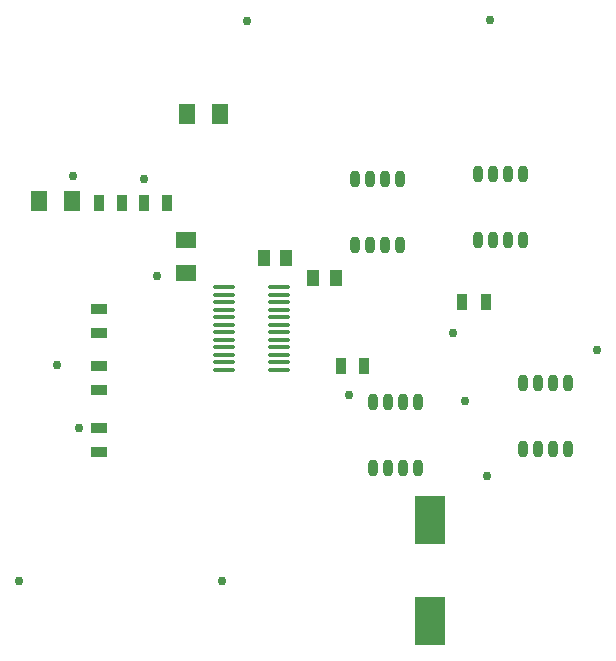
<source format=gtp>
G04*
G04 #@! TF.GenerationSoftware,Altium Limited,Altium Designer,22.1.2 (22)*
G04*
G04 Layer_Color=8421504*
%FSLAX25Y25*%
%MOIN*%
G70*
G04*
G04 #@! TF.SameCoordinates,85E22B33-0606-49F9-AEB4-7B2C3894542D*
G04*
G04*
G04 #@! TF.FilePolarity,Positive*
G04*
G01*
G75*
%ADD17C,0.03000*%
%ADD18O,0.03347X0.05709*%
%ADD19R,0.03543X0.05315*%
%ADD20R,0.05315X0.03543*%
%ADD21R,0.09843X0.16339*%
%ADD22R,0.06890X0.05709*%
%ADD23O,0.07480X0.01378*%
%ADD24R,0.04134X0.05512*%
%ADD25R,0.05709X0.06890*%
D17*
X171500Y84500D02*
D03*
X99000Y211000D02*
D03*
X64500Y158500D02*
D03*
X179000Y59500D02*
D03*
X69000Y126000D02*
D03*
X167500Y107000D02*
D03*
X35500Y96500D02*
D03*
X23000Y24500D02*
D03*
X215500Y101500D02*
D03*
X41000Y159500D02*
D03*
X90500Y24500D02*
D03*
X43000Y75500D02*
D03*
X133000Y86500D02*
D03*
X180000Y211500D02*
D03*
D18*
X191000Y68575D02*
D03*
X196000D02*
D03*
X201000D02*
D03*
X206000D02*
D03*
X191000Y90425D02*
D03*
X196000D02*
D03*
X201000D02*
D03*
X206000D02*
D03*
X176000Y138075D02*
D03*
X181000D02*
D03*
X186000D02*
D03*
X191000D02*
D03*
X176000Y159925D02*
D03*
X181000D02*
D03*
X186000D02*
D03*
X191000D02*
D03*
X156000Y83925D02*
D03*
X151000D02*
D03*
X146000D02*
D03*
X141000D02*
D03*
X156000Y62075D02*
D03*
X151000D02*
D03*
X146000D02*
D03*
X141000D02*
D03*
X150000Y158425D02*
D03*
X145000D02*
D03*
X140000D02*
D03*
X135000D02*
D03*
X150000Y136575D02*
D03*
X145000D02*
D03*
X140000D02*
D03*
X135000D02*
D03*
D19*
X178500Y117500D02*
D03*
X170626D02*
D03*
X138000Y96000D02*
D03*
X130126D02*
D03*
X57437Y150500D02*
D03*
X49563D02*
D03*
X64563D02*
D03*
X72437D02*
D03*
D20*
X49500Y75437D02*
D03*
Y67563D02*
D03*
Y107063D02*
D03*
Y114937D02*
D03*
Y95937D02*
D03*
Y88063D02*
D03*
D21*
X160000Y11169D02*
D03*
Y44831D02*
D03*
D22*
X78500Y138012D02*
D03*
Y126988D02*
D03*
D23*
X91248Y122250D02*
D03*
Y119750D02*
D03*
Y117250D02*
D03*
Y114750D02*
D03*
Y112250D02*
D03*
Y109750D02*
D03*
Y107250D02*
D03*
Y104750D02*
D03*
Y102250D02*
D03*
Y99750D02*
D03*
Y97250D02*
D03*
Y94750D02*
D03*
X109752Y122250D02*
D03*
Y119750D02*
D03*
Y117250D02*
D03*
Y114750D02*
D03*
Y112250D02*
D03*
Y109750D02*
D03*
Y107250D02*
D03*
Y104750D02*
D03*
Y102250D02*
D03*
Y99750D02*
D03*
Y97250D02*
D03*
Y94750D02*
D03*
D24*
X121020Y125500D02*
D03*
X128500D02*
D03*
X112000Y132000D02*
D03*
X104520D02*
D03*
D25*
X40512Y151000D02*
D03*
X29488D02*
D03*
X90012Y180000D02*
D03*
X78988D02*
D03*
M02*

</source>
